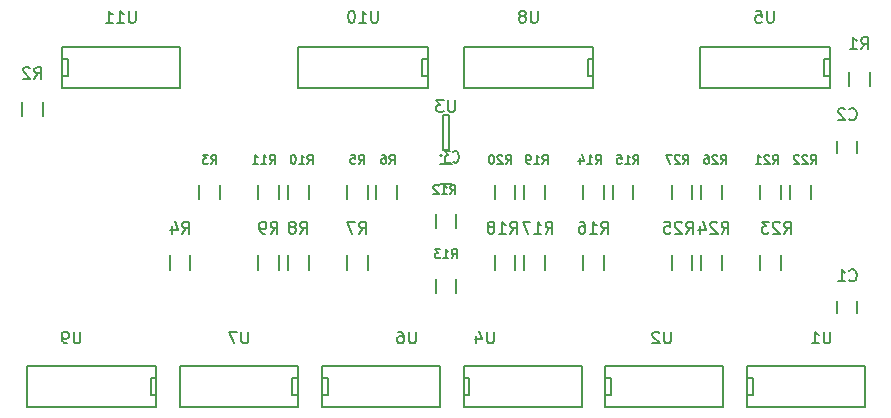
<source format=gbo>
G04 #@! TF.FileFunction,Legend,Bot*
%FSLAX46Y46*%
G04 Gerber Fmt 4.6, Leading zero omitted, Abs format (unit mm)*
G04 Created by KiCad (PCBNEW 4.0.6) date Mon May  8 21:00:33 2017*
%MOMM*%
%LPD*%
G01*
G04 APERTURE LIST*
%ADD10C,0.100000*%
%ADD11C,0.150000*%
G04 APERTURE END LIST*
D10*
D11*
X143375000Y-99600000D02*
X143375000Y-98400000D01*
X141625000Y-98400000D02*
X141625000Y-99600000D01*
X141625000Y-92400000D02*
X141625000Y-93600000D01*
X143375000Y-93600000D02*
X143375000Y-92400000D01*
X181000000Y-110250000D02*
X181000000Y-108750000D01*
X180500000Y-110250000D02*
X181000000Y-110250000D01*
X180500000Y-108750000D02*
X181000000Y-108750000D01*
X180500000Y-111250000D02*
X180500000Y-107750000D01*
X190500000Y-107750000D02*
X190500000Y-111250000D01*
X180500000Y-111250000D02*
X190500000Y-111250000D01*
X180500000Y-107750000D02*
X190500000Y-107750000D01*
X123000000Y-83250000D02*
X123000000Y-81750000D01*
X122500000Y-83250000D02*
X123000000Y-83250000D01*
X122500000Y-81750000D02*
X123000000Y-81750000D01*
X122500000Y-84250000D02*
X122500000Y-80750000D01*
X132500000Y-80750000D02*
X132500000Y-84250000D01*
X122500000Y-84250000D02*
X132500000Y-84250000D01*
X122500000Y-80750000D02*
X132500000Y-80750000D01*
X167000000Y-81750000D02*
X167000000Y-83250000D01*
X167500000Y-81750000D02*
X167000000Y-81750000D01*
X167500000Y-83250000D02*
X167000000Y-83250000D01*
X167500000Y-80750000D02*
X167500000Y-84250000D01*
X156500000Y-84250000D02*
X156500000Y-80750000D01*
X167500000Y-80750000D02*
X156500000Y-80750000D01*
X167500000Y-84250000D02*
X156500000Y-84250000D01*
X154500000Y-90650000D02*
X155500000Y-90650000D01*
X155500000Y-92350000D02*
X154500000Y-92350000D01*
X189125000Y-82900000D02*
X189125000Y-84100000D01*
X190875000Y-84100000D02*
X190875000Y-82900000D01*
X120875000Y-86600000D02*
X120875000Y-85400000D01*
X119125000Y-85400000D02*
X119125000Y-86600000D01*
X134125000Y-92400000D02*
X134125000Y-93600000D01*
X135875000Y-93600000D02*
X135875000Y-92400000D01*
X133375000Y-99600000D02*
X133375000Y-98400000D01*
X131625000Y-98400000D02*
X131625000Y-99600000D01*
X146625000Y-92400000D02*
X146625000Y-93600000D01*
X148375000Y-93600000D02*
X148375000Y-92400000D01*
X149125000Y-92400000D02*
X149125000Y-93600000D01*
X150875000Y-93600000D02*
X150875000Y-92400000D01*
X148375000Y-99600000D02*
X148375000Y-98400000D01*
X146625000Y-98400000D02*
X146625000Y-99600000D01*
X140875000Y-99600000D02*
X140875000Y-98400000D01*
X139125000Y-98400000D02*
X139125000Y-99600000D01*
X139125000Y-92400000D02*
X139125000Y-93600000D01*
X140875000Y-93600000D02*
X140875000Y-92400000D01*
X155875000Y-96100000D02*
X155875000Y-94900000D01*
X154125000Y-94900000D02*
X154125000Y-96100000D01*
X155875000Y-101600000D02*
X155875000Y-100400000D01*
X154125000Y-100400000D02*
X154125000Y-101600000D01*
X166625000Y-92400000D02*
X166625000Y-93600000D01*
X168375000Y-93600000D02*
X168375000Y-92400000D01*
X169125000Y-92400000D02*
X169125000Y-93600000D01*
X170875000Y-93600000D02*
X170875000Y-92400000D01*
X168375000Y-99600000D02*
X168375000Y-98400000D01*
X166625000Y-98400000D02*
X166625000Y-99600000D01*
X163375000Y-99600000D02*
X163375000Y-98400000D01*
X161625000Y-98400000D02*
X161625000Y-99600000D01*
X160875000Y-99600000D02*
X160875000Y-98400000D01*
X159125000Y-98400000D02*
X159125000Y-99600000D01*
X161625000Y-92400000D02*
X161625000Y-93600000D01*
X163375000Y-93600000D02*
X163375000Y-92400000D01*
X159125000Y-92400000D02*
X159125000Y-93600000D01*
X160875000Y-93600000D02*
X160875000Y-92400000D01*
X181625000Y-92400000D02*
X181625000Y-93600000D01*
X183375000Y-93600000D02*
X183375000Y-92400000D01*
X184125000Y-92400000D02*
X184125000Y-93600000D01*
X185875000Y-93600000D02*
X185875000Y-92400000D01*
X183375000Y-99600000D02*
X183375000Y-98400000D01*
X181625000Y-98400000D02*
X181625000Y-99600000D01*
X178375000Y-99600000D02*
X178375000Y-98400000D01*
X176625000Y-98400000D02*
X176625000Y-99600000D01*
X175875000Y-99600000D02*
X175875000Y-98400000D01*
X174125000Y-98400000D02*
X174125000Y-99600000D01*
X176625000Y-92400000D02*
X176625000Y-93600000D01*
X178375000Y-93600000D02*
X178375000Y-92400000D01*
X174125000Y-92400000D02*
X174125000Y-93600000D01*
X175875000Y-93600000D02*
X175875000Y-92400000D01*
X169000000Y-110250000D02*
X169000000Y-108750000D01*
X168500000Y-110250000D02*
X169000000Y-110250000D01*
X168500000Y-108750000D02*
X169000000Y-108750000D01*
X168500000Y-111250000D02*
X168500000Y-107750000D01*
X178500000Y-107750000D02*
X178500000Y-111250000D01*
X168500000Y-111250000D02*
X178500000Y-111250000D01*
X168500000Y-107750000D02*
X178500000Y-107750000D01*
X154700000Y-89950000D02*
G75*
G03X154700000Y-89950000I-100000J0D01*
G01*
X155250000Y-89450000D02*
X154750000Y-89450000D01*
X155250000Y-86550000D02*
X155250000Y-89450000D01*
X154750000Y-86550000D02*
X155250000Y-86550000D01*
X154750000Y-89450000D02*
X154750000Y-86550000D01*
X157000000Y-110250000D02*
X157000000Y-108750000D01*
X156500000Y-110250000D02*
X157000000Y-110250000D01*
X156500000Y-108750000D02*
X157000000Y-108750000D01*
X156500000Y-111250000D02*
X156500000Y-107750000D01*
X166500000Y-107750000D02*
X166500000Y-111250000D01*
X156500000Y-111250000D02*
X166500000Y-111250000D01*
X156500000Y-107750000D02*
X166500000Y-107750000D01*
X145000000Y-110250000D02*
X145000000Y-108750000D01*
X144500000Y-110250000D02*
X145000000Y-110250000D01*
X144500000Y-108750000D02*
X145000000Y-108750000D01*
X144500000Y-111250000D02*
X144500000Y-107750000D01*
X154500000Y-107750000D02*
X154500000Y-111250000D01*
X144500000Y-111250000D02*
X154500000Y-111250000D01*
X144500000Y-107750000D02*
X154500000Y-107750000D01*
X142000000Y-108750000D02*
X142000000Y-110250000D01*
X142500000Y-108750000D02*
X142000000Y-108750000D01*
X142500000Y-110250000D02*
X142000000Y-110250000D01*
X142500000Y-107750000D02*
X142500000Y-111250000D01*
X132500000Y-111250000D02*
X132500000Y-107750000D01*
X142500000Y-107750000D02*
X132500000Y-107750000D01*
X142500000Y-111250000D02*
X132500000Y-111250000D01*
X153000000Y-81750000D02*
X153000000Y-83250000D01*
X153500000Y-81750000D02*
X153000000Y-81750000D01*
X153500000Y-83250000D02*
X153000000Y-83250000D01*
X153500000Y-80750000D02*
X153500000Y-84250000D01*
X142500000Y-84250000D02*
X142500000Y-80750000D01*
X153500000Y-80750000D02*
X142500000Y-80750000D01*
X153500000Y-84250000D02*
X142500000Y-84250000D01*
X187000000Y-81750000D02*
X187000000Y-83250000D01*
X187500000Y-81750000D02*
X187000000Y-81750000D01*
X187500000Y-83250000D02*
X187000000Y-83250000D01*
X187500000Y-80750000D02*
X187500000Y-84250000D01*
X176500000Y-84250000D02*
X176500000Y-80750000D01*
X187500000Y-80750000D02*
X176500000Y-80750000D01*
X187500000Y-84250000D02*
X176500000Y-84250000D01*
X130000000Y-108750000D02*
X130000000Y-110250000D01*
X130500000Y-108750000D02*
X130000000Y-108750000D01*
X130500000Y-110250000D02*
X130000000Y-110250000D01*
X130500000Y-107750000D02*
X130500000Y-111250000D01*
X119500000Y-111250000D02*
X119500000Y-107750000D01*
X130500000Y-107750000D02*
X119500000Y-107750000D01*
X130500000Y-111250000D02*
X119500000Y-111250000D01*
X189850000Y-102290000D02*
X189850000Y-103290000D01*
X188150000Y-103290000D02*
X188150000Y-102290000D01*
X189850000Y-88710000D02*
X189850000Y-89710000D01*
X188150000Y-89710000D02*
X188150000Y-88710000D01*
X142666666Y-96552381D02*
X143000000Y-96076190D01*
X143238095Y-96552381D02*
X143238095Y-95552381D01*
X142857142Y-95552381D01*
X142761904Y-95600000D01*
X142714285Y-95647619D01*
X142666666Y-95742857D01*
X142666666Y-95885714D01*
X142714285Y-95980952D01*
X142761904Y-96028571D01*
X142857142Y-96076190D01*
X143238095Y-96076190D01*
X142095238Y-95980952D02*
X142190476Y-95933333D01*
X142238095Y-95885714D01*
X142285714Y-95790476D01*
X142285714Y-95742857D01*
X142238095Y-95647619D01*
X142190476Y-95600000D01*
X142095238Y-95552381D01*
X141904761Y-95552381D01*
X141809523Y-95600000D01*
X141761904Y-95647619D01*
X141714285Y-95742857D01*
X141714285Y-95790476D01*
X141761904Y-95885714D01*
X141809523Y-95933333D01*
X141904761Y-95980952D01*
X142095238Y-95980952D01*
X142190476Y-96028571D01*
X142238095Y-96076190D01*
X142285714Y-96171429D01*
X142285714Y-96361905D01*
X142238095Y-96457143D01*
X142190476Y-96504762D01*
X142095238Y-96552381D01*
X141904761Y-96552381D01*
X141809523Y-96504762D01*
X141761904Y-96457143D01*
X141714285Y-96361905D01*
X141714285Y-96171429D01*
X141761904Y-96076190D01*
X141809523Y-96028571D01*
X141904761Y-95980952D01*
X143282143Y-90639286D02*
X143532143Y-90282143D01*
X143710715Y-90639286D02*
X143710715Y-89889286D01*
X143425000Y-89889286D01*
X143353572Y-89925000D01*
X143317857Y-89960714D01*
X143282143Y-90032143D01*
X143282143Y-90139286D01*
X143317857Y-90210714D01*
X143353572Y-90246429D01*
X143425000Y-90282143D01*
X143710715Y-90282143D01*
X142567857Y-90639286D02*
X142996429Y-90639286D01*
X142782143Y-90639286D02*
X142782143Y-89889286D01*
X142853572Y-89996429D01*
X142925000Y-90067857D01*
X142996429Y-90103571D01*
X142103571Y-89889286D02*
X142032143Y-89889286D01*
X141960714Y-89925000D01*
X141925000Y-89960714D01*
X141889286Y-90032143D01*
X141853571Y-90175000D01*
X141853571Y-90353571D01*
X141889286Y-90496429D01*
X141925000Y-90567857D01*
X141960714Y-90603571D01*
X142032143Y-90639286D01*
X142103571Y-90639286D01*
X142175000Y-90603571D01*
X142210714Y-90567857D01*
X142246429Y-90496429D01*
X142282143Y-90353571D01*
X142282143Y-90175000D01*
X142246429Y-90032143D01*
X142210714Y-89960714D01*
X142175000Y-89925000D01*
X142103571Y-89889286D01*
X187561905Y-104852381D02*
X187561905Y-105661905D01*
X187514286Y-105757143D01*
X187466667Y-105804762D01*
X187371429Y-105852381D01*
X187180952Y-105852381D01*
X187085714Y-105804762D01*
X187038095Y-105757143D01*
X186990476Y-105661905D01*
X186990476Y-104852381D01*
X185990476Y-105852381D02*
X186561905Y-105852381D01*
X186276191Y-105852381D02*
X186276191Y-104852381D01*
X186371429Y-104995238D01*
X186466667Y-105090476D01*
X186561905Y-105138095D01*
X128738095Y-77702381D02*
X128738095Y-78511905D01*
X128690476Y-78607143D01*
X128642857Y-78654762D01*
X128547619Y-78702381D01*
X128357142Y-78702381D01*
X128261904Y-78654762D01*
X128214285Y-78607143D01*
X128166666Y-78511905D01*
X128166666Y-77702381D01*
X127166666Y-78702381D02*
X127738095Y-78702381D01*
X127452381Y-78702381D02*
X127452381Y-77702381D01*
X127547619Y-77845238D01*
X127642857Y-77940476D01*
X127738095Y-77988095D01*
X126214285Y-78702381D02*
X126785714Y-78702381D01*
X126500000Y-78702381D02*
X126500000Y-77702381D01*
X126595238Y-77845238D01*
X126690476Y-77940476D01*
X126785714Y-77988095D01*
X162761905Y-77702381D02*
X162761905Y-78511905D01*
X162714286Y-78607143D01*
X162666667Y-78654762D01*
X162571429Y-78702381D01*
X162380952Y-78702381D01*
X162285714Y-78654762D01*
X162238095Y-78607143D01*
X162190476Y-78511905D01*
X162190476Y-77702381D01*
X161571429Y-78130952D02*
X161666667Y-78083333D01*
X161714286Y-78035714D01*
X161761905Y-77940476D01*
X161761905Y-77892857D01*
X161714286Y-77797619D01*
X161666667Y-77750000D01*
X161571429Y-77702381D01*
X161380952Y-77702381D01*
X161285714Y-77750000D01*
X161238095Y-77797619D01*
X161190476Y-77892857D01*
X161190476Y-77940476D01*
X161238095Y-78035714D01*
X161285714Y-78083333D01*
X161380952Y-78130952D01*
X161571429Y-78130952D01*
X161666667Y-78178571D01*
X161714286Y-78226190D01*
X161761905Y-78321429D01*
X161761905Y-78511905D01*
X161714286Y-78607143D01*
X161666667Y-78654762D01*
X161571429Y-78702381D01*
X161380952Y-78702381D01*
X161285714Y-78654762D01*
X161238095Y-78607143D01*
X161190476Y-78511905D01*
X161190476Y-78321429D01*
X161238095Y-78226190D01*
X161285714Y-78178571D01*
X161380952Y-78130952D01*
X155625000Y-90457143D02*
X155660714Y-90504762D01*
X155767857Y-90552381D01*
X155839286Y-90552381D01*
X155946429Y-90504762D01*
X156017857Y-90409524D01*
X156053572Y-90314286D01*
X156089286Y-90123810D01*
X156089286Y-89980952D01*
X156053572Y-89790476D01*
X156017857Y-89695238D01*
X155946429Y-89600000D01*
X155839286Y-89552381D01*
X155767857Y-89552381D01*
X155660714Y-89600000D01*
X155625000Y-89647619D01*
X155375000Y-89552381D02*
X154910714Y-89552381D01*
X155160714Y-89933333D01*
X155053572Y-89933333D01*
X154982143Y-89980952D01*
X154946429Y-90028571D01*
X154910714Y-90123810D01*
X154910714Y-90361905D01*
X154946429Y-90457143D01*
X154982143Y-90504762D01*
X155053572Y-90552381D01*
X155267857Y-90552381D01*
X155339286Y-90504762D01*
X155375000Y-90457143D01*
X190166666Y-80952381D02*
X190500000Y-80476190D01*
X190738095Y-80952381D02*
X190738095Y-79952381D01*
X190357142Y-79952381D01*
X190261904Y-80000000D01*
X190214285Y-80047619D01*
X190166666Y-80142857D01*
X190166666Y-80285714D01*
X190214285Y-80380952D01*
X190261904Y-80428571D01*
X190357142Y-80476190D01*
X190738095Y-80476190D01*
X189214285Y-80952381D02*
X189785714Y-80952381D01*
X189500000Y-80952381D02*
X189500000Y-79952381D01*
X189595238Y-80095238D01*
X189690476Y-80190476D01*
X189785714Y-80238095D01*
X120166666Y-83452381D02*
X120500000Y-82976190D01*
X120738095Y-83452381D02*
X120738095Y-82452381D01*
X120357142Y-82452381D01*
X120261904Y-82500000D01*
X120214285Y-82547619D01*
X120166666Y-82642857D01*
X120166666Y-82785714D01*
X120214285Y-82880952D01*
X120261904Y-82928571D01*
X120357142Y-82976190D01*
X120738095Y-82976190D01*
X119785714Y-82547619D02*
X119738095Y-82500000D01*
X119642857Y-82452381D01*
X119404761Y-82452381D01*
X119309523Y-82500000D01*
X119261904Y-82547619D01*
X119214285Y-82642857D01*
X119214285Y-82738095D01*
X119261904Y-82880952D01*
X119833333Y-83452381D01*
X119214285Y-83452381D01*
X135125000Y-90639286D02*
X135375000Y-90282143D01*
X135553572Y-90639286D02*
X135553572Y-89889286D01*
X135267857Y-89889286D01*
X135196429Y-89925000D01*
X135160714Y-89960714D01*
X135125000Y-90032143D01*
X135125000Y-90139286D01*
X135160714Y-90210714D01*
X135196429Y-90246429D01*
X135267857Y-90282143D01*
X135553572Y-90282143D01*
X134875000Y-89889286D02*
X134410714Y-89889286D01*
X134660714Y-90175000D01*
X134553572Y-90175000D01*
X134482143Y-90210714D01*
X134446429Y-90246429D01*
X134410714Y-90317857D01*
X134410714Y-90496429D01*
X134446429Y-90567857D01*
X134482143Y-90603571D01*
X134553572Y-90639286D01*
X134767857Y-90639286D01*
X134839286Y-90603571D01*
X134875000Y-90567857D01*
X132666666Y-96552381D02*
X133000000Y-96076190D01*
X133238095Y-96552381D02*
X133238095Y-95552381D01*
X132857142Y-95552381D01*
X132761904Y-95600000D01*
X132714285Y-95647619D01*
X132666666Y-95742857D01*
X132666666Y-95885714D01*
X132714285Y-95980952D01*
X132761904Y-96028571D01*
X132857142Y-96076190D01*
X133238095Y-96076190D01*
X131809523Y-95885714D02*
X131809523Y-96552381D01*
X132047619Y-95504762D02*
X132285714Y-96219048D01*
X131666666Y-96219048D01*
X147625000Y-90639286D02*
X147875000Y-90282143D01*
X148053572Y-90639286D02*
X148053572Y-89889286D01*
X147767857Y-89889286D01*
X147696429Y-89925000D01*
X147660714Y-89960714D01*
X147625000Y-90032143D01*
X147625000Y-90139286D01*
X147660714Y-90210714D01*
X147696429Y-90246429D01*
X147767857Y-90282143D01*
X148053572Y-90282143D01*
X146946429Y-89889286D02*
X147303572Y-89889286D01*
X147339286Y-90246429D01*
X147303572Y-90210714D01*
X147232143Y-90175000D01*
X147053572Y-90175000D01*
X146982143Y-90210714D01*
X146946429Y-90246429D01*
X146910714Y-90317857D01*
X146910714Y-90496429D01*
X146946429Y-90567857D01*
X146982143Y-90603571D01*
X147053572Y-90639286D01*
X147232143Y-90639286D01*
X147303572Y-90603571D01*
X147339286Y-90567857D01*
X150225000Y-90639286D02*
X150475000Y-90282143D01*
X150653572Y-90639286D02*
X150653572Y-89889286D01*
X150367857Y-89889286D01*
X150296429Y-89925000D01*
X150260714Y-89960714D01*
X150225000Y-90032143D01*
X150225000Y-90139286D01*
X150260714Y-90210714D01*
X150296429Y-90246429D01*
X150367857Y-90282143D01*
X150653572Y-90282143D01*
X149582143Y-89889286D02*
X149725000Y-89889286D01*
X149796429Y-89925000D01*
X149832143Y-89960714D01*
X149903572Y-90067857D01*
X149939286Y-90210714D01*
X149939286Y-90496429D01*
X149903572Y-90567857D01*
X149867857Y-90603571D01*
X149796429Y-90639286D01*
X149653572Y-90639286D01*
X149582143Y-90603571D01*
X149546429Y-90567857D01*
X149510714Y-90496429D01*
X149510714Y-90317857D01*
X149546429Y-90246429D01*
X149582143Y-90210714D01*
X149653572Y-90175000D01*
X149796429Y-90175000D01*
X149867857Y-90210714D01*
X149903572Y-90246429D01*
X149939286Y-90317857D01*
X147666666Y-96552381D02*
X148000000Y-96076190D01*
X148238095Y-96552381D02*
X148238095Y-95552381D01*
X147857142Y-95552381D01*
X147761904Y-95600000D01*
X147714285Y-95647619D01*
X147666666Y-95742857D01*
X147666666Y-95885714D01*
X147714285Y-95980952D01*
X147761904Y-96028571D01*
X147857142Y-96076190D01*
X148238095Y-96076190D01*
X147333333Y-95552381D02*
X146666666Y-95552381D01*
X147095238Y-96552381D01*
X140166666Y-96552381D02*
X140500000Y-96076190D01*
X140738095Y-96552381D02*
X140738095Y-95552381D01*
X140357142Y-95552381D01*
X140261904Y-95600000D01*
X140214285Y-95647619D01*
X140166666Y-95742857D01*
X140166666Y-95885714D01*
X140214285Y-95980952D01*
X140261904Y-96028571D01*
X140357142Y-96076190D01*
X140738095Y-96076190D01*
X139690476Y-96552381D02*
X139500000Y-96552381D01*
X139404761Y-96504762D01*
X139357142Y-96457143D01*
X139261904Y-96314286D01*
X139214285Y-96123810D01*
X139214285Y-95742857D01*
X139261904Y-95647619D01*
X139309523Y-95600000D01*
X139404761Y-95552381D01*
X139595238Y-95552381D01*
X139690476Y-95600000D01*
X139738095Y-95647619D01*
X139785714Y-95742857D01*
X139785714Y-95980952D01*
X139738095Y-96076190D01*
X139690476Y-96123810D01*
X139595238Y-96171429D01*
X139404761Y-96171429D01*
X139309523Y-96123810D01*
X139261904Y-96076190D01*
X139214285Y-95980952D01*
X140082143Y-90639286D02*
X140332143Y-90282143D01*
X140510715Y-90639286D02*
X140510715Y-89889286D01*
X140225000Y-89889286D01*
X140153572Y-89925000D01*
X140117857Y-89960714D01*
X140082143Y-90032143D01*
X140082143Y-90139286D01*
X140117857Y-90210714D01*
X140153572Y-90246429D01*
X140225000Y-90282143D01*
X140510715Y-90282143D01*
X139367857Y-90639286D02*
X139796429Y-90639286D01*
X139582143Y-90639286D02*
X139582143Y-89889286D01*
X139653572Y-89996429D01*
X139725000Y-90067857D01*
X139796429Y-90103571D01*
X138653571Y-90639286D02*
X139082143Y-90639286D01*
X138867857Y-90639286D02*
X138867857Y-89889286D01*
X138939286Y-89996429D01*
X139010714Y-90067857D01*
X139082143Y-90103571D01*
X155382143Y-93189286D02*
X155632143Y-92832143D01*
X155810715Y-93189286D02*
X155810715Y-92439286D01*
X155525000Y-92439286D01*
X155453572Y-92475000D01*
X155417857Y-92510714D01*
X155382143Y-92582143D01*
X155382143Y-92689286D01*
X155417857Y-92760714D01*
X155453572Y-92796429D01*
X155525000Y-92832143D01*
X155810715Y-92832143D01*
X154667857Y-93189286D02*
X155096429Y-93189286D01*
X154882143Y-93189286D02*
X154882143Y-92439286D01*
X154953572Y-92546429D01*
X155025000Y-92617857D01*
X155096429Y-92653571D01*
X154382143Y-92510714D02*
X154346429Y-92475000D01*
X154275000Y-92439286D01*
X154096429Y-92439286D01*
X154025000Y-92475000D01*
X153989286Y-92510714D01*
X153953571Y-92582143D01*
X153953571Y-92653571D01*
X153989286Y-92760714D01*
X154417857Y-93189286D01*
X153953571Y-93189286D01*
X155482143Y-98639286D02*
X155732143Y-98282143D01*
X155910715Y-98639286D02*
X155910715Y-97889286D01*
X155625000Y-97889286D01*
X155553572Y-97925000D01*
X155517857Y-97960714D01*
X155482143Y-98032143D01*
X155482143Y-98139286D01*
X155517857Y-98210714D01*
X155553572Y-98246429D01*
X155625000Y-98282143D01*
X155910715Y-98282143D01*
X154767857Y-98639286D02*
X155196429Y-98639286D01*
X154982143Y-98639286D02*
X154982143Y-97889286D01*
X155053572Y-97996429D01*
X155125000Y-98067857D01*
X155196429Y-98103571D01*
X154517857Y-97889286D02*
X154053571Y-97889286D01*
X154303571Y-98175000D01*
X154196429Y-98175000D01*
X154125000Y-98210714D01*
X154089286Y-98246429D01*
X154053571Y-98317857D01*
X154053571Y-98496429D01*
X154089286Y-98567857D01*
X154125000Y-98603571D01*
X154196429Y-98639286D01*
X154410714Y-98639286D01*
X154482143Y-98603571D01*
X154517857Y-98567857D01*
X167682143Y-90639286D02*
X167932143Y-90282143D01*
X168110715Y-90639286D02*
X168110715Y-89889286D01*
X167825000Y-89889286D01*
X167753572Y-89925000D01*
X167717857Y-89960714D01*
X167682143Y-90032143D01*
X167682143Y-90139286D01*
X167717857Y-90210714D01*
X167753572Y-90246429D01*
X167825000Y-90282143D01*
X168110715Y-90282143D01*
X166967857Y-90639286D02*
X167396429Y-90639286D01*
X167182143Y-90639286D02*
X167182143Y-89889286D01*
X167253572Y-89996429D01*
X167325000Y-90067857D01*
X167396429Y-90103571D01*
X166325000Y-90139286D02*
X166325000Y-90639286D01*
X166503571Y-89853571D02*
X166682143Y-90389286D01*
X166217857Y-90389286D01*
X170882143Y-90639286D02*
X171132143Y-90282143D01*
X171310715Y-90639286D02*
X171310715Y-89889286D01*
X171025000Y-89889286D01*
X170953572Y-89925000D01*
X170917857Y-89960714D01*
X170882143Y-90032143D01*
X170882143Y-90139286D01*
X170917857Y-90210714D01*
X170953572Y-90246429D01*
X171025000Y-90282143D01*
X171310715Y-90282143D01*
X170167857Y-90639286D02*
X170596429Y-90639286D01*
X170382143Y-90639286D02*
X170382143Y-89889286D01*
X170453572Y-89996429D01*
X170525000Y-90067857D01*
X170596429Y-90103571D01*
X169489286Y-89889286D02*
X169846429Y-89889286D01*
X169882143Y-90246429D01*
X169846429Y-90210714D01*
X169775000Y-90175000D01*
X169596429Y-90175000D01*
X169525000Y-90210714D01*
X169489286Y-90246429D01*
X169453571Y-90317857D01*
X169453571Y-90496429D01*
X169489286Y-90567857D01*
X169525000Y-90603571D01*
X169596429Y-90639286D01*
X169775000Y-90639286D01*
X169846429Y-90603571D01*
X169882143Y-90567857D01*
X168142857Y-96552381D02*
X168476191Y-96076190D01*
X168714286Y-96552381D02*
X168714286Y-95552381D01*
X168333333Y-95552381D01*
X168238095Y-95600000D01*
X168190476Y-95647619D01*
X168142857Y-95742857D01*
X168142857Y-95885714D01*
X168190476Y-95980952D01*
X168238095Y-96028571D01*
X168333333Y-96076190D01*
X168714286Y-96076190D01*
X167190476Y-96552381D02*
X167761905Y-96552381D01*
X167476191Y-96552381D02*
X167476191Y-95552381D01*
X167571429Y-95695238D01*
X167666667Y-95790476D01*
X167761905Y-95838095D01*
X166333333Y-95552381D02*
X166523810Y-95552381D01*
X166619048Y-95600000D01*
X166666667Y-95647619D01*
X166761905Y-95790476D01*
X166809524Y-95980952D01*
X166809524Y-96361905D01*
X166761905Y-96457143D01*
X166714286Y-96504762D01*
X166619048Y-96552381D01*
X166428571Y-96552381D01*
X166333333Y-96504762D01*
X166285714Y-96457143D01*
X166238095Y-96361905D01*
X166238095Y-96123810D01*
X166285714Y-96028571D01*
X166333333Y-95980952D01*
X166428571Y-95933333D01*
X166619048Y-95933333D01*
X166714286Y-95980952D01*
X166761905Y-96028571D01*
X166809524Y-96123810D01*
X163442857Y-96552381D02*
X163776191Y-96076190D01*
X164014286Y-96552381D02*
X164014286Y-95552381D01*
X163633333Y-95552381D01*
X163538095Y-95600000D01*
X163490476Y-95647619D01*
X163442857Y-95742857D01*
X163442857Y-95885714D01*
X163490476Y-95980952D01*
X163538095Y-96028571D01*
X163633333Y-96076190D01*
X164014286Y-96076190D01*
X162490476Y-96552381D02*
X163061905Y-96552381D01*
X162776191Y-96552381D02*
X162776191Y-95552381D01*
X162871429Y-95695238D01*
X162966667Y-95790476D01*
X163061905Y-95838095D01*
X162157143Y-95552381D02*
X161490476Y-95552381D01*
X161919048Y-96552381D01*
X160442857Y-96552381D02*
X160776191Y-96076190D01*
X161014286Y-96552381D02*
X161014286Y-95552381D01*
X160633333Y-95552381D01*
X160538095Y-95600000D01*
X160490476Y-95647619D01*
X160442857Y-95742857D01*
X160442857Y-95885714D01*
X160490476Y-95980952D01*
X160538095Y-96028571D01*
X160633333Y-96076190D01*
X161014286Y-96076190D01*
X159490476Y-96552381D02*
X160061905Y-96552381D01*
X159776191Y-96552381D02*
X159776191Y-95552381D01*
X159871429Y-95695238D01*
X159966667Y-95790476D01*
X160061905Y-95838095D01*
X158919048Y-95980952D02*
X159014286Y-95933333D01*
X159061905Y-95885714D01*
X159109524Y-95790476D01*
X159109524Y-95742857D01*
X159061905Y-95647619D01*
X159014286Y-95600000D01*
X158919048Y-95552381D01*
X158728571Y-95552381D01*
X158633333Y-95600000D01*
X158585714Y-95647619D01*
X158538095Y-95742857D01*
X158538095Y-95790476D01*
X158585714Y-95885714D01*
X158633333Y-95933333D01*
X158728571Y-95980952D01*
X158919048Y-95980952D01*
X159014286Y-96028571D01*
X159061905Y-96076190D01*
X159109524Y-96171429D01*
X159109524Y-96361905D01*
X159061905Y-96457143D01*
X159014286Y-96504762D01*
X158919048Y-96552381D01*
X158728571Y-96552381D01*
X158633333Y-96504762D01*
X158585714Y-96457143D01*
X158538095Y-96361905D01*
X158538095Y-96171429D01*
X158585714Y-96076190D01*
X158633333Y-96028571D01*
X158728571Y-95980952D01*
X163182143Y-90639286D02*
X163432143Y-90282143D01*
X163610715Y-90639286D02*
X163610715Y-89889286D01*
X163325000Y-89889286D01*
X163253572Y-89925000D01*
X163217857Y-89960714D01*
X163182143Y-90032143D01*
X163182143Y-90139286D01*
X163217857Y-90210714D01*
X163253572Y-90246429D01*
X163325000Y-90282143D01*
X163610715Y-90282143D01*
X162467857Y-90639286D02*
X162896429Y-90639286D01*
X162682143Y-90639286D02*
X162682143Y-89889286D01*
X162753572Y-89996429D01*
X162825000Y-90067857D01*
X162896429Y-90103571D01*
X162110714Y-90639286D02*
X161967857Y-90639286D01*
X161896429Y-90603571D01*
X161860714Y-90567857D01*
X161789286Y-90460714D01*
X161753571Y-90317857D01*
X161753571Y-90032143D01*
X161789286Y-89960714D01*
X161825000Y-89925000D01*
X161896429Y-89889286D01*
X162039286Y-89889286D01*
X162110714Y-89925000D01*
X162146429Y-89960714D01*
X162182143Y-90032143D01*
X162182143Y-90210714D01*
X162146429Y-90282143D01*
X162110714Y-90317857D01*
X162039286Y-90353571D01*
X161896429Y-90353571D01*
X161825000Y-90317857D01*
X161789286Y-90282143D01*
X161753571Y-90210714D01*
X160082143Y-90639286D02*
X160332143Y-90282143D01*
X160510715Y-90639286D02*
X160510715Y-89889286D01*
X160225000Y-89889286D01*
X160153572Y-89925000D01*
X160117857Y-89960714D01*
X160082143Y-90032143D01*
X160082143Y-90139286D01*
X160117857Y-90210714D01*
X160153572Y-90246429D01*
X160225000Y-90282143D01*
X160510715Y-90282143D01*
X159796429Y-89960714D02*
X159760715Y-89925000D01*
X159689286Y-89889286D01*
X159510715Y-89889286D01*
X159439286Y-89925000D01*
X159403572Y-89960714D01*
X159367857Y-90032143D01*
X159367857Y-90103571D01*
X159403572Y-90210714D01*
X159832143Y-90639286D01*
X159367857Y-90639286D01*
X158903571Y-89889286D02*
X158832143Y-89889286D01*
X158760714Y-89925000D01*
X158725000Y-89960714D01*
X158689286Y-90032143D01*
X158653571Y-90175000D01*
X158653571Y-90353571D01*
X158689286Y-90496429D01*
X158725000Y-90567857D01*
X158760714Y-90603571D01*
X158832143Y-90639286D01*
X158903571Y-90639286D01*
X158975000Y-90603571D01*
X159010714Y-90567857D01*
X159046429Y-90496429D01*
X159082143Y-90353571D01*
X159082143Y-90175000D01*
X159046429Y-90032143D01*
X159010714Y-89960714D01*
X158975000Y-89925000D01*
X158903571Y-89889286D01*
X182682143Y-90639286D02*
X182932143Y-90282143D01*
X183110715Y-90639286D02*
X183110715Y-89889286D01*
X182825000Y-89889286D01*
X182753572Y-89925000D01*
X182717857Y-89960714D01*
X182682143Y-90032143D01*
X182682143Y-90139286D01*
X182717857Y-90210714D01*
X182753572Y-90246429D01*
X182825000Y-90282143D01*
X183110715Y-90282143D01*
X182396429Y-89960714D02*
X182360715Y-89925000D01*
X182289286Y-89889286D01*
X182110715Y-89889286D01*
X182039286Y-89925000D01*
X182003572Y-89960714D01*
X181967857Y-90032143D01*
X181967857Y-90103571D01*
X182003572Y-90210714D01*
X182432143Y-90639286D01*
X181967857Y-90639286D01*
X181253571Y-90639286D02*
X181682143Y-90639286D01*
X181467857Y-90639286D02*
X181467857Y-89889286D01*
X181539286Y-89996429D01*
X181610714Y-90067857D01*
X181682143Y-90103571D01*
X185882143Y-90639286D02*
X186132143Y-90282143D01*
X186310715Y-90639286D02*
X186310715Y-89889286D01*
X186025000Y-89889286D01*
X185953572Y-89925000D01*
X185917857Y-89960714D01*
X185882143Y-90032143D01*
X185882143Y-90139286D01*
X185917857Y-90210714D01*
X185953572Y-90246429D01*
X186025000Y-90282143D01*
X186310715Y-90282143D01*
X185596429Y-89960714D02*
X185560715Y-89925000D01*
X185489286Y-89889286D01*
X185310715Y-89889286D01*
X185239286Y-89925000D01*
X185203572Y-89960714D01*
X185167857Y-90032143D01*
X185167857Y-90103571D01*
X185203572Y-90210714D01*
X185632143Y-90639286D01*
X185167857Y-90639286D01*
X184882143Y-89960714D02*
X184846429Y-89925000D01*
X184775000Y-89889286D01*
X184596429Y-89889286D01*
X184525000Y-89925000D01*
X184489286Y-89960714D01*
X184453571Y-90032143D01*
X184453571Y-90103571D01*
X184489286Y-90210714D01*
X184917857Y-90639286D01*
X184453571Y-90639286D01*
X183642857Y-96552381D02*
X183976191Y-96076190D01*
X184214286Y-96552381D02*
X184214286Y-95552381D01*
X183833333Y-95552381D01*
X183738095Y-95600000D01*
X183690476Y-95647619D01*
X183642857Y-95742857D01*
X183642857Y-95885714D01*
X183690476Y-95980952D01*
X183738095Y-96028571D01*
X183833333Y-96076190D01*
X184214286Y-96076190D01*
X183261905Y-95647619D02*
X183214286Y-95600000D01*
X183119048Y-95552381D01*
X182880952Y-95552381D01*
X182785714Y-95600000D01*
X182738095Y-95647619D01*
X182690476Y-95742857D01*
X182690476Y-95838095D01*
X182738095Y-95980952D01*
X183309524Y-96552381D01*
X182690476Y-96552381D01*
X182357143Y-95552381D02*
X181738095Y-95552381D01*
X182071429Y-95933333D01*
X181928571Y-95933333D01*
X181833333Y-95980952D01*
X181785714Y-96028571D01*
X181738095Y-96123810D01*
X181738095Y-96361905D01*
X181785714Y-96457143D01*
X181833333Y-96504762D01*
X181928571Y-96552381D01*
X182214286Y-96552381D01*
X182309524Y-96504762D01*
X182357143Y-96457143D01*
X178342857Y-96552381D02*
X178676191Y-96076190D01*
X178914286Y-96552381D02*
X178914286Y-95552381D01*
X178533333Y-95552381D01*
X178438095Y-95600000D01*
X178390476Y-95647619D01*
X178342857Y-95742857D01*
X178342857Y-95885714D01*
X178390476Y-95980952D01*
X178438095Y-96028571D01*
X178533333Y-96076190D01*
X178914286Y-96076190D01*
X177961905Y-95647619D02*
X177914286Y-95600000D01*
X177819048Y-95552381D01*
X177580952Y-95552381D01*
X177485714Y-95600000D01*
X177438095Y-95647619D01*
X177390476Y-95742857D01*
X177390476Y-95838095D01*
X177438095Y-95980952D01*
X178009524Y-96552381D01*
X177390476Y-96552381D01*
X176533333Y-95885714D02*
X176533333Y-96552381D01*
X176771429Y-95504762D02*
X177009524Y-96219048D01*
X176390476Y-96219048D01*
X175342857Y-96552381D02*
X175676191Y-96076190D01*
X175914286Y-96552381D02*
X175914286Y-95552381D01*
X175533333Y-95552381D01*
X175438095Y-95600000D01*
X175390476Y-95647619D01*
X175342857Y-95742857D01*
X175342857Y-95885714D01*
X175390476Y-95980952D01*
X175438095Y-96028571D01*
X175533333Y-96076190D01*
X175914286Y-96076190D01*
X174961905Y-95647619D02*
X174914286Y-95600000D01*
X174819048Y-95552381D01*
X174580952Y-95552381D01*
X174485714Y-95600000D01*
X174438095Y-95647619D01*
X174390476Y-95742857D01*
X174390476Y-95838095D01*
X174438095Y-95980952D01*
X175009524Y-96552381D01*
X174390476Y-96552381D01*
X173485714Y-95552381D02*
X173961905Y-95552381D01*
X174009524Y-96028571D01*
X173961905Y-95980952D01*
X173866667Y-95933333D01*
X173628571Y-95933333D01*
X173533333Y-95980952D01*
X173485714Y-96028571D01*
X173438095Y-96123810D01*
X173438095Y-96361905D01*
X173485714Y-96457143D01*
X173533333Y-96504762D01*
X173628571Y-96552381D01*
X173866667Y-96552381D01*
X173961905Y-96504762D01*
X174009524Y-96457143D01*
X178282143Y-90639286D02*
X178532143Y-90282143D01*
X178710715Y-90639286D02*
X178710715Y-89889286D01*
X178425000Y-89889286D01*
X178353572Y-89925000D01*
X178317857Y-89960714D01*
X178282143Y-90032143D01*
X178282143Y-90139286D01*
X178317857Y-90210714D01*
X178353572Y-90246429D01*
X178425000Y-90282143D01*
X178710715Y-90282143D01*
X177996429Y-89960714D02*
X177960715Y-89925000D01*
X177889286Y-89889286D01*
X177710715Y-89889286D01*
X177639286Y-89925000D01*
X177603572Y-89960714D01*
X177567857Y-90032143D01*
X177567857Y-90103571D01*
X177603572Y-90210714D01*
X178032143Y-90639286D01*
X177567857Y-90639286D01*
X176925000Y-89889286D02*
X177067857Y-89889286D01*
X177139286Y-89925000D01*
X177175000Y-89960714D01*
X177246429Y-90067857D01*
X177282143Y-90210714D01*
X177282143Y-90496429D01*
X177246429Y-90567857D01*
X177210714Y-90603571D01*
X177139286Y-90639286D01*
X176996429Y-90639286D01*
X176925000Y-90603571D01*
X176889286Y-90567857D01*
X176853571Y-90496429D01*
X176853571Y-90317857D01*
X176889286Y-90246429D01*
X176925000Y-90210714D01*
X176996429Y-90175000D01*
X177139286Y-90175000D01*
X177210714Y-90210714D01*
X177246429Y-90246429D01*
X177282143Y-90317857D01*
X175082143Y-90639286D02*
X175332143Y-90282143D01*
X175510715Y-90639286D02*
X175510715Y-89889286D01*
X175225000Y-89889286D01*
X175153572Y-89925000D01*
X175117857Y-89960714D01*
X175082143Y-90032143D01*
X175082143Y-90139286D01*
X175117857Y-90210714D01*
X175153572Y-90246429D01*
X175225000Y-90282143D01*
X175510715Y-90282143D01*
X174796429Y-89960714D02*
X174760715Y-89925000D01*
X174689286Y-89889286D01*
X174510715Y-89889286D01*
X174439286Y-89925000D01*
X174403572Y-89960714D01*
X174367857Y-90032143D01*
X174367857Y-90103571D01*
X174403572Y-90210714D01*
X174832143Y-90639286D01*
X174367857Y-90639286D01*
X174117857Y-89889286D02*
X173617857Y-89889286D01*
X173939286Y-90639286D01*
X174061905Y-104852381D02*
X174061905Y-105661905D01*
X174014286Y-105757143D01*
X173966667Y-105804762D01*
X173871429Y-105852381D01*
X173680952Y-105852381D01*
X173585714Y-105804762D01*
X173538095Y-105757143D01*
X173490476Y-105661905D01*
X173490476Y-104852381D01*
X173061905Y-104947619D02*
X173014286Y-104900000D01*
X172919048Y-104852381D01*
X172680952Y-104852381D01*
X172585714Y-104900000D01*
X172538095Y-104947619D01*
X172490476Y-105042857D01*
X172490476Y-105138095D01*
X172538095Y-105280952D01*
X173109524Y-105852381D01*
X172490476Y-105852381D01*
X155761905Y-85252381D02*
X155761905Y-86061905D01*
X155714286Y-86157143D01*
X155666667Y-86204762D01*
X155571429Y-86252381D01*
X155380952Y-86252381D01*
X155285714Y-86204762D01*
X155238095Y-86157143D01*
X155190476Y-86061905D01*
X155190476Y-85252381D01*
X154809524Y-85252381D02*
X154190476Y-85252381D01*
X154523810Y-85633333D01*
X154380952Y-85633333D01*
X154285714Y-85680952D01*
X154238095Y-85728571D01*
X154190476Y-85823810D01*
X154190476Y-86061905D01*
X154238095Y-86157143D01*
X154285714Y-86204762D01*
X154380952Y-86252381D01*
X154666667Y-86252381D01*
X154761905Y-86204762D01*
X154809524Y-86157143D01*
X159061905Y-104852381D02*
X159061905Y-105661905D01*
X159014286Y-105757143D01*
X158966667Y-105804762D01*
X158871429Y-105852381D01*
X158680952Y-105852381D01*
X158585714Y-105804762D01*
X158538095Y-105757143D01*
X158490476Y-105661905D01*
X158490476Y-104852381D01*
X157585714Y-105185714D02*
X157585714Y-105852381D01*
X157823810Y-104804762D02*
X158061905Y-105519048D01*
X157442857Y-105519048D01*
X152461905Y-104852381D02*
X152461905Y-105661905D01*
X152414286Y-105757143D01*
X152366667Y-105804762D01*
X152271429Y-105852381D01*
X152080952Y-105852381D01*
X151985714Y-105804762D01*
X151938095Y-105757143D01*
X151890476Y-105661905D01*
X151890476Y-104852381D01*
X150985714Y-104852381D02*
X151176191Y-104852381D01*
X151271429Y-104900000D01*
X151319048Y-104947619D01*
X151414286Y-105090476D01*
X151461905Y-105280952D01*
X151461905Y-105661905D01*
X151414286Y-105757143D01*
X151366667Y-105804762D01*
X151271429Y-105852381D01*
X151080952Y-105852381D01*
X150985714Y-105804762D01*
X150938095Y-105757143D01*
X150890476Y-105661905D01*
X150890476Y-105423810D01*
X150938095Y-105328571D01*
X150985714Y-105280952D01*
X151080952Y-105233333D01*
X151271429Y-105233333D01*
X151366667Y-105280952D01*
X151414286Y-105328571D01*
X151461905Y-105423810D01*
X138261905Y-104852381D02*
X138261905Y-105661905D01*
X138214286Y-105757143D01*
X138166667Y-105804762D01*
X138071429Y-105852381D01*
X137880952Y-105852381D01*
X137785714Y-105804762D01*
X137738095Y-105757143D01*
X137690476Y-105661905D01*
X137690476Y-104852381D01*
X137309524Y-104852381D02*
X136642857Y-104852381D01*
X137071429Y-105852381D01*
X149238095Y-77702381D02*
X149238095Y-78511905D01*
X149190476Y-78607143D01*
X149142857Y-78654762D01*
X149047619Y-78702381D01*
X148857142Y-78702381D01*
X148761904Y-78654762D01*
X148714285Y-78607143D01*
X148666666Y-78511905D01*
X148666666Y-77702381D01*
X147666666Y-78702381D02*
X148238095Y-78702381D01*
X147952381Y-78702381D02*
X147952381Y-77702381D01*
X148047619Y-77845238D01*
X148142857Y-77940476D01*
X148238095Y-77988095D01*
X147047619Y-77702381D02*
X146952380Y-77702381D01*
X146857142Y-77750000D01*
X146809523Y-77797619D01*
X146761904Y-77892857D01*
X146714285Y-78083333D01*
X146714285Y-78321429D01*
X146761904Y-78511905D01*
X146809523Y-78607143D01*
X146857142Y-78654762D01*
X146952380Y-78702381D01*
X147047619Y-78702381D01*
X147142857Y-78654762D01*
X147190476Y-78607143D01*
X147238095Y-78511905D01*
X147285714Y-78321429D01*
X147285714Y-78083333D01*
X147238095Y-77892857D01*
X147190476Y-77797619D01*
X147142857Y-77750000D01*
X147047619Y-77702381D01*
X182761905Y-77702381D02*
X182761905Y-78511905D01*
X182714286Y-78607143D01*
X182666667Y-78654762D01*
X182571429Y-78702381D01*
X182380952Y-78702381D01*
X182285714Y-78654762D01*
X182238095Y-78607143D01*
X182190476Y-78511905D01*
X182190476Y-77702381D01*
X181238095Y-77702381D02*
X181714286Y-77702381D01*
X181761905Y-78178571D01*
X181714286Y-78130952D01*
X181619048Y-78083333D01*
X181380952Y-78083333D01*
X181285714Y-78130952D01*
X181238095Y-78178571D01*
X181190476Y-78273810D01*
X181190476Y-78511905D01*
X181238095Y-78607143D01*
X181285714Y-78654762D01*
X181380952Y-78702381D01*
X181619048Y-78702381D01*
X181714286Y-78654762D01*
X181761905Y-78607143D01*
X124061905Y-104852381D02*
X124061905Y-105661905D01*
X124014286Y-105757143D01*
X123966667Y-105804762D01*
X123871429Y-105852381D01*
X123680952Y-105852381D01*
X123585714Y-105804762D01*
X123538095Y-105757143D01*
X123490476Y-105661905D01*
X123490476Y-104852381D01*
X122966667Y-105852381D02*
X122776191Y-105852381D01*
X122680952Y-105804762D01*
X122633333Y-105757143D01*
X122538095Y-105614286D01*
X122490476Y-105423810D01*
X122490476Y-105042857D01*
X122538095Y-104947619D01*
X122585714Y-104900000D01*
X122680952Y-104852381D01*
X122871429Y-104852381D01*
X122966667Y-104900000D01*
X123014286Y-104947619D01*
X123061905Y-105042857D01*
X123061905Y-105280952D01*
X123014286Y-105376190D01*
X122966667Y-105423810D01*
X122871429Y-105471429D01*
X122680952Y-105471429D01*
X122585714Y-105423810D01*
X122538095Y-105376190D01*
X122490476Y-105280952D01*
X189166666Y-100497143D02*
X189214285Y-100544762D01*
X189357142Y-100592381D01*
X189452380Y-100592381D01*
X189595238Y-100544762D01*
X189690476Y-100449524D01*
X189738095Y-100354286D01*
X189785714Y-100163810D01*
X189785714Y-100020952D01*
X189738095Y-99830476D01*
X189690476Y-99735238D01*
X189595238Y-99640000D01*
X189452380Y-99592381D01*
X189357142Y-99592381D01*
X189214285Y-99640000D01*
X189166666Y-99687619D01*
X188214285Y-100592381D02*
X188785714Y-100592381D01*
X188500000Y-100592381D02*
X188500000Y-99592381D01*
X188595238Y-99735238D01*
X188690476Y-99830476D01*
X188785714Y-99878095D01*
X189166666Y-86857143D02*
X189214285Y-86904762D01*
X189357142Y-86952381D01*
X189452380Y-86952381D01*
X189595238Y-86904762D01*
X189690476Y-86809524D01*
X189738095Y-86714286D01*
X189785714Y-86523810D01*
X189785714Y-86380952D01*
X189738095Y-86190476D01*
X189690476Y-86095238D01*
X189595238Y-86000000D01*
X189452380Y-85952381D01*
X189357142Y-85952381D01*
X189214285Y-86000000D01*
X189166666Y-86047619D01*
X188785714Y-86047619D02*
X188738095Y-86000000D01*
X188642857Y-85952381D01*
X188404761Y-85952381D01*
X188309523Y-86000000D01*
X188261904Y-86047619D01*
X188214285Y-86142857D01*
X188214285Y-86238095D01*
X188261904Y-86380952D01*
X188833333Y-86952381D01*
X188214285Y-86952381D01*
M02*

</source>
